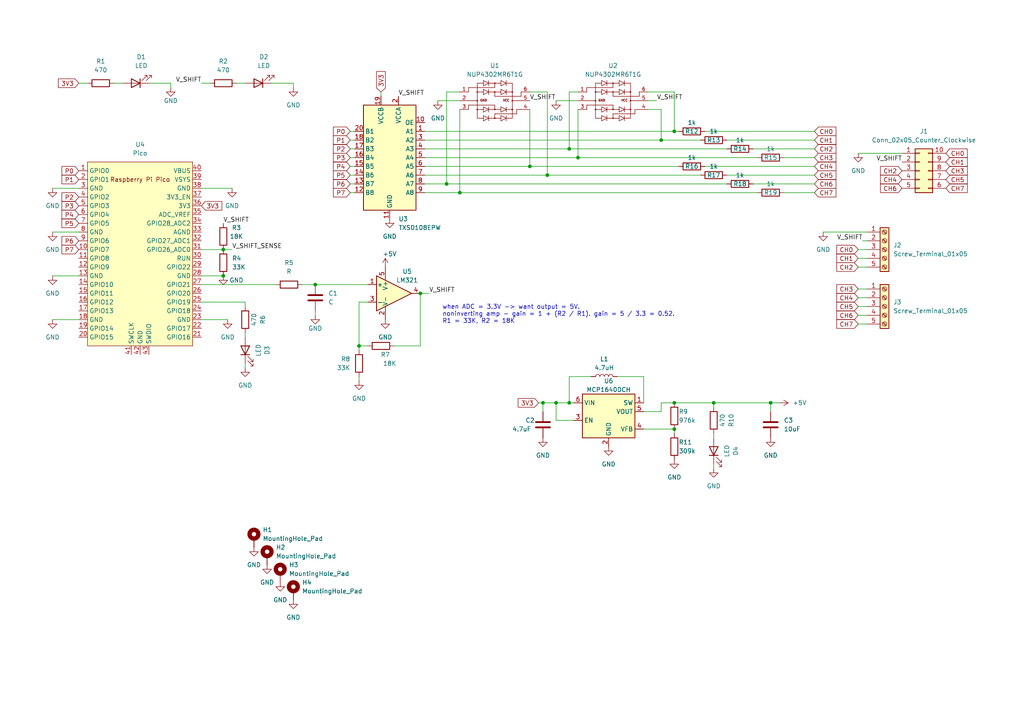
<source format=kicad_sch>
(kicad_sch (version 20231120) (generator "eeschema") (generator_version "8.0")
  (paper "A4")
  (title_block (title "Little Buddy") (date "2023-10-10") (rev "1"))
  (lib_symbols
    (symbol "Amplifier_Operational:LM321" (pin_names (offset 0.127))
      (property "Reference" "U" (at 0 7.62 0))
      (property "Value" "LM321" (at 0 5.08 0))
      (symbol "LM321_0_1"
        (polyline (pts (xy -5.08 5.08) (xy 5.08 0) (xy -5.08 -5.08) (xy -5.08 5.08)) (stroke (width 0.254)) (fill (type background)))
      )
      (symbol "LM321_1_1"
        (pin input line (at -7.62 2.54 0) (length 2.54) (name "+") (number "1"))
        (pin power_in line (at -2.54 -7.62 90) (length 3.81) (name "V-") (number "2"))
        (pin input line (at -7.62 -2.54 0) (length 2.54) (name "-") (number "3"))
        (pin output line (at 7.62 0 180) (length 2.54) (name "~") (number "4"))
        (pin power_in line (at -2.54 7.62 270) (length 3.81) (name "V+") (number "5"))
      )
    )
    (symbol "Connector:Screw_Terminal_01x05" (pin_names (offset 1.016) hide)
      (property "Reference" "J" (at 0 7.62 0))
      (property "Value" "Screw_Terminal_01x05" (at 0 -7.62 0))
      (symbol "Screw_Terminal_01x05_1_1"
        (rectangle (start -1.27 6.35) (end 1.27 -6.35) (stroke (width 0.254)) (fill (type background)))
        (circle (center 0 -5.08) (radius 0.635) (stroke (width 0.1524)))
        (circle (center 0 -2.54) (radius 0.635) (stroke (width 0.1524)))
        (polyline (pts (xy -0.5334 -4.7498) (xy 0.3302 -5.588)) (stroke (width 0.1524)))
        (polyline (pts (xy -0.5334 -2.2098) (xy 0.3302 -3.048)) (stroke (width 0.1524)))
        (polyline (pts (xy -0.5334 0.3302) (xy 0.3302 -0.508)) (stroke (width 0.1524)))
        (polyline (pts (xy -0.5334 2.8702) (xy 0.3302 2.032)) (stroke (width 0.1524)))
        (polyline (pts (xy -0.5334 5.4102) (xy 0.3302 4.572)) (stroke (width 0.1524)))
        (polyline (pts (xy -0.3556 -4.572) (xy 0.508 -5.4102)) (stroke (width 0.1524)))
        (polyline (pts (xy -0.3556 -2.032) (xy 0.508 -2.8702)) (stroke (width 0.1524)))
        (polyline (pts (xy -0.3556 0.508) (xy 0.508 -0.3302)) (stroke (width 0.1524)))
        (polyline (pts (xy -0.3556 3.048) (xy 0.508 2.2098)) (stroke (width 0.1524)))
        (polyline (pts (xy -0.3556 5.588) (xy 0.508 4.7498)) (stroke (width 0.1524)))
        (circle (center 0 0) (radius 0.635) (stroke (width 0.1524)))
        (circle (center 0 2.54) (radius 0.635) (stroke (width 0.1524)))
        (circle (center 0 5.08) (radius 0.635) (stroke (width 0.1524)))
        (pin passive line (at -5.08 5.08 0) (length 3.81) (name "Pin_1") (number "1"))
        (pin passive line (at -5.08 2.54 0) (length 3.81) (name "Pin_2") (number "2"))
        (pin passive line (at -5.08 0 0) (length 3.81) (name "Pin_3") (number "3"))
        (pin passive line (at -5.08 -2.54 0) (length 3.81) (name "Pin_4") (number "4"))
        (pin passive line (at -5.08 -5.08 0) (length 3.81) (name "Pin_5") (number "5"))
      )
    )
    (symbol "Connector_Generic:Conn_02x05_Counter_Clockwise" (pin_names (offset 1.016) hide)
      (property "Reference" "J" (at 1.27 7.62 0))
      (property "Value" "Conn_02x05_Counter_Clockwise" (at 1.27 -7.62 0))
      (symbol "Conn_02x05_Counter_Clockwise_1_1"
        (rectangle (start -1.27 -4.953) (end 0 -5.207) (stroke (width 0.1524)))
        (rectangle (start -1.27 -2.413) (end 0 -2.667) (stroke (width 0.1524)))
        (rectangle (start -1.27 0.127) (end 0 -0.127) (stroke (width 0.1524)))
        (rectangle (start -1.27 2.667) (end 0 2.413) (stroke (width 0.1524)))
        (rectangle (start -1.27 5.207) (end 0 4.953) (stroke (width 0.1524)))
        (rectangle (start -1.27 6.35) (end 3.81 -6.35) (stroke (width 0.254)) (fill (type background)))
        (rectangle (start 3.81 -4.953) (end 2.54 -5.207) (stroke (width 0.1524)))
        (rectangle (start 3.81 -2.413) (end 2.54 -2.667) (stroke (width 0.1524)))
        (rectangle (start 3.81 0.127) (end 2.54 -0.127) (stroke (width 0.1524)))
        (rectangle (start 3.81 2.667) (end 2.54 2.413) (stroke (width 0.1524)))
        (rectangle (start 3.81 5.207) (end 2.54 4.953) (stroke (width 0.1524)))
        (pin passive line (at -5.08 5.08 0) (length 3.81) (name "Pin_1") (number "1"))
        (pin passive line (at 7.62 5.08 180) (length 3.81) (name "Pin_10") (number "10"))
        (pin passive line (at -5.08 2.54 0) (length 3.81) (name "Pin_2") (number "2"))
        (pin passive line (at -5.08 0 0) (length 3.81) (name "Pin_3") (number "3"))
        (pin passive line (at -5.08 -2.54 0) (length 3.81) (name "Pin_4") (number "4"))
        (pin passive line (at -5.08 -5.08 0) (length 3.81) (name "Pin_5") (number "5"))
        (pin passive line (at 7.62 -5.08 180) (length 3.81) (name "Pin_6") (number "6"))
        (pin passive line (at 7.62 -2.54 180) (length 3.81) (name "Pin_7") (number "7"))
        (pin passive line (at 7.62 0 180) (length 3.81) (name "Pin_8") (number "8"))
        (pin passive line (at 7.62 2.54 180) (length 3.81) (name "Pin_9") (number "9"))
      )
    )
    (symbol "Device:C" (pin_numbers hide) (pin_names (offset 0.254))
      (property "Reference" "C" (at 0.635 2.54 0))
      (property "Value" "C" (at 0.635 -2.54 0))
      (symbol "C_0_1"
        (polyline (pts (xy -2.032 -0.762) (xy 2.032 -0.762)) (stroke (width 0.508)))
        (polyline (pts (xy -2.032 0.762) (xy 2.032 0.762)) (stroke (width 0.508)))
      )
      (symbol "C_1_1"
        (pin passive line (at 0 3.81 270) (length 2.794) (name "~") (number "1"))
        (pin passive line (at 0 -3.81 90) (length 2.794) (name "~") (number "2"))
      )
    )
    (symbol "Device:L" (pin_numbers hide) (pin_names (offset 1.016) hide)
      (property "Reference" "L" (at -1.27 0 90))
      (property "Value" "L" (at 1.905 0 90))
      (symbol "L_0_1"
        (arc (start 0 -2.54) (mid 0.6323 -1.905) (end 0 -1.27))
        (arc (start 0 -1.27) (mid 0.6323 -0.635) (end 0 0))
        (arc (start 0 0) (mid 0.6323 0.635) (end 0 1.27))
        (arc (start 0 1.27) (mid 0.6323 1.905) (end 0 2.54))
      )
      (symbol "L_1_1"
        (pin passive line (at 0 3.81 270) (length 1.27) (name "1") (number "1"))
        (pin passive line (at 0 -3.81 90) (length 1.27) (name "2") (number "2"))
      )
    )
    (symbol "Device:LED" (pin_numbers hide) (pin_names (offset 1.016) hide)
      (property "Reference" "D" (at 0 2.54 0))
      (property "Value" "LED" (at 0 -2.54 0))
      (symbol "LED_0_1"
        (polyline (pts (xy -1.27 -1.27) (xy -1.27 1.27)) (stroke (width 0.254)))
        (polyline (pts (xy -1.27 0) (xy 1.27 0)))
        (polyline (pts (xy 1.27 -1.27) (xy 1.27 1.27) (xy -1.27 0) (xy 1.27 -1.27)) (stroke (width 0.254)))
        (polyline (pts (xy -3.048 -0.762) (xy -4.572 -2.286) (xy -3.81 -2.286) (xy -4.572 -2.286) (xy -4.572 -1.524)))
        (polyline (pts (xy -1.778 -0.762) (xy -3.302 -2.286) (xy -2.54 -2.286) (xy -3.302 -2.286) (xy -3.302 -1.524)))
      )
      (symbol "LED_1_1"
        (pin passive line (at -3.81 0 0) (length 2.54) (name "K") (number "1"))
        (pin passive line (at 3.81 0 180) (length 2.54) (name "A") (number "2"))
      )
    )
    (symbol "Device:R" (pin_numbers hide) (pin_names (offset 0))
      (property "Reference" "R" (at 2.032 0 90))
      (property "Value" "R" (at 0 0 90))
      (symbol "R_0_1"
        (rectangle (start -1.016 -2.54) (end 1.016 2.54) (stroke (width 0.254)))
      )
      (symbol "R_1_1"
        (pin passive line (at 0 3.81 270) (length 1.27) (name "~") (number "1"))
        (pin passive line (at 0 -3.81 90) (length 1.27) (name "~") (number "2"))
      )
    )
    (symbol "Logic_LevelTranslator:TXS0108EPW"
      (property "Reference" "U" (at -6.35 16.51 0))
      (property "Value" "TXS0108EPW" (at 3.81 16.51 0))
      (symbol "TXS0108EPW_0_1"
        (rectangle (start -7.62 15.24) (end 7.62 -15.24) (stroke (width 0.254)) (fill (type background)))
      )
      (symbol "TXS0108EPW_1_1"
        (pin bidirectional line (at -10.16 7.62 0) (length 2.54) (name "A1") (number "1"))
        (pin input line (at -10.16 10.16 0) (length 2.54) (name "OE") (number "10"))
        (pin power_in line (at 0 -17.78 90) (length 2.54) (name "GND") (number "11"))
        (pin bidirectional line (at 10.16 -10.16 180) (length 2.54) (name "B8") (number "12"))
        (pin bidirectional line (at 10.16 -7.62 180) (length 2.54) (name "B7") (number "13"))
        (pin bidirectional line (at 10.16 -5.08 180) (length 2.54) (name "B6") (number "14"))
        (pin bidirectional line (at 10.16 -2.54 180) (length 2.54) (name "B5") (number "15"))
        (pin bidirectional line (at 10.16 0 180) (length 2.54) (name "B4") (number "16"))
        (pin bidirectional line (at 10.16 2.54 180) (length 2.54) (name "B3") (number "17"))
        (pin bidirectional line (at 10.16 5.08 180) (length 2.54) (name "B2") (number "18"))
        (pin power_in line (at 2.54 17.78 270) (length 2.54) (name "VCCB") (number "19"))
        (pin power_in line (at -2.54 17.78 270) (length 2.54) (name "VCCA") (number "2"))
        (pin bidirectional line (at 10.16 7.62 180) (length 2.54) (name "B1") (number "20"))
        (pin bidirectional line (at -10.16 5.08 0) (length 2.54) (name "A2") (number "3"))
        (pin bidirectional line (at -10.16 2.54 0) (length 2.54) (name "A3") (number "4"))
        (pin bidirectional line (at -10.16 0 0) (length 2.54) (name "A4") (number "5"))
        (pin bidirectional line (at -10.16 -2.54 0) (length 2.54) (name "A5") (number "6"))
        (pin bidirectional line (at -10.16 -5.08 0) (length 2.54) (name "A6") (number "7"))
        (pin bidirectional line (at -10.16 -7.62 0) (length 2.54) (name "A7") (number "8"))
        (pin bidirectional line (at -10.16 -10.16 0) (length 2.54) (name "A8") (number "9"))
      )
    )
    (symbol "MCU_RaspberryPi_and_Boards:Pico"
      (property "Reference" "U" (at -13.97 27.94 0))
      (property "Value" "Pico" (at 0 19.05 0))
      (symbol "Pico_0_0"
        (text "Raspberry Pi Pico" (at 0 21.59 0) (effects (font (size 1.27 1.27))))
      )
      (symbol "Pico_0_1"
        (rectangle (start -15.24 26.67) (end 15.24 -26.67) (fill (type background)))
      )
      (symbol "Pico_1_1"
        (pin bidirectional line (at -17.78 24.13 0) (length 2.54) (name "GPIO0") (number "1"))
        (pin bidirectional line (at -17.78 1.27 0) (length 2.54) (name "GPIO7") (number "10"))
        (pin bidirectional line (at -17.78 -1.27 0) (length 2.54) (name "GPIO8") (number "11"))
        (pin bidirectional line (at -17.78 -3.81 0) (length 2.54) (name "GPIO9") (number "12"))
        (pin power_in line (at -17.78 -6.35 0) (length 2.54) (name "GND") (number "13"))
        (pin bidirectional line (at -17.78 -8.89 0) (length 2.54) (name "GPIO10") (number "14"))
        (pin bidirectional line (at -17.78 -11.43 0) (length 2.54) (name "GPIO11") (number "15"))
        (pin bidirectional line (at -17.78 -13.97 0) (length 2.54) (name "GPIO12") (number "16"))
        (pin bidirectional line (at -17.78 -16.51 0) (length 2.54) (name "GPIO13") (number "17"))
        (pin power_in line (at -17.78 -19.05 0) (length 2.54) (name "GND") (number "18"))
        (pin bidirectional line (at -17.78 -21.59 0) (length 2.54) (name "GPIO14") (number "19"))
        (pin bidirectional line (at -17.78 21.59 0) (length 2.54) (name "GPIO1") (number "2"))
        (pin bidirectional line (at -17.78 -24.13 0) (length 2.54) (name "GPIO15") (number "20"))
        (pin bidirectional line (at 17.78 -24.13 180) (length 2.54) (name "GPIO16") (number "21"))
        (pin bidirectional line (at 17.78 -21.59 180) (length 2.54) (name "GPIO17") (number "22"))
        (pin power_in line (at 17.78 -19.05 180) (length 2.54) (name "GND") (number "23"))
        (pin bidirectional line (at 17.78 -16.51 180) (length 2.54) (name "GPIO18") (number "24"))
        (pin bidirectional line (at 17.78 -13.97 180) (length 2.54) (name "GPIO19") (number "25"))
        (pin bidirectional line (at 17.78 -11.43 180) (length 2.54) (name "GPIO20") (number "26"))
        (pin bidirectional line (at 17.78 -8.89 180) (length 2.54) (name "GPIO21") (number "27"))
        (pin power_in line (at 17.78 -6.35 180) (length 2.54) (name "GND") (number "28"))
        (pin bidirectional line (at 17.78 -3.81 180) (length 2.54) (name "GPIO22") (number "29"))
        (pin power_in line (at -17.78 19.05 0) (length 2.54) (name "GND") (number "3"))
        (pin input line (at 17.78 -1.27 180) (length 2.54) (name "RUN") (number "30"))
        (pin bidirectional line (at 17.78 1.27 180) (length 2.54) (name "GPIO26_ADC0") (number "31"))
        (pin bidirectional line (at 17.78 3.81 180) (length 2.54) (name "GPIO27_ADC1") (number "32"))
        (pin power_in line (at 17.78 6.35 180) (length 2.54) (name "AGND") (number "33"))
        (pin bidirectional line (at 17.78 8.89 180) (length 2.54) (name "GPIO28_ADC2") (number "34"))
        (pin power_in line (at 17.78 11.43 180) (length 2.54) (name "ADC_VREF") (number "35"))
        (pin power_in line (at 17.78 13.97 180) (length 2.54) (name "3V3") (number "36"))
        (pin input line (at 17.78 16.51 180) (length 2.54) (name "3V3_EN") (number "37"))
        (pin bidirectional line (at 17.78 19.05 180) (length 2.54) (name "GND") (number "38"))
        (pin power_in line (at 17.78 21.59 180) (length 2.54) (name "VSYS") (number "39"))
        (pin bidirectional line (at -17.78 16.51 0) (length 2.54) (name "GPIO2") (number "4"))
        (pin power_in line (at 17.78 24.13 180) (length 2.54) (name "VBUS") (number "40"))
        (pin input line (at -2.54 -29.21 90) (length 2.54) (name "SWCLK") (number "41"))
        (pin power_in line (at 0 -29.21 90) (length 2.54) (name "GND") (number "42"))
        (pin bidirectional line (at 2.54 -29.21 90) (length 2.54) (name "SWDIO") (number "43"))
        (pin bidirectional line (at -17.78 13.97 0) (length 2.54) (name "GPIO3") (number "5"))
        (pin bidirectional line (at -17.78 11.43 0) (length 2.54) (name "GPIO4") (number "6"))
        (pin bidirectional line (at -17.78 8.89 0) (length 2.54) (name "GPIO5") (number "7"))
        (pin power_in line (at -17.78 6.35 0) (length 2.54) (name "GND") (number "8"))
        (pin bidirectional line (at -17.78 3.81 0) (length 2.54) (name "GPIO6") (number "9"))
      )
    )
    (symbol "Mechanical:MountingHole_Pad" (pin_numbers hide) (pin_names (offset 1.016) hide)
      (property "Reference" "H" (at 0 6.35 0))
      (property "Value" "MountingHole_Pad" (at 0 4.445 0))
      (symbol "MountingHole_Pad_0_1"
        (circle (center 0 1.27) (radius 1.27) (stroke (width 1.27)))
      )
      (symbol "MountingHole_Pad_1_1"
        (pin input line (at 0 -2.54 90) (length 2.54) (name "1") (number "1"))
      )
    )
    (symbol "Regulator_Switching:MCP1640DCH"
      (property "Reference" "U" (at -7.62 8.89 0))
      (property "Value" "MCP1640DCH" (at -1.27 8.89 0))
      (symbol "MCP1640DCH_0_1"
        (rectangle (start -7.62 7.62) (end 7.62 -5.08) (stroke (width 0.254)) (fill (type background)))
      )
      (symbol "MCP1640DCH_1_1"
        (pin input line (at 10.16 5.08 180) (length 2.54) (name "SW") (number "1"))
        (pin power_in line (at 0 -7.62 90) (length 2.54) (name "GND") (number "2"))
        (pin input line (at -10.16 0 0) (length 2.54) (name "EN") (number "3"))
        (pin input line (at 10.16 -2.54 180) (length 2.54) (name "VFB") (number "4"))
        (pin power_out line (at 10.16 2.54 180) (length 2.54) (name "VOUT") (number "5"))
        (pin power_in line (at -10.16 5.08 0) (length 2.54) (name "VIN") (number "6"))
      )
    )
    (symbol "Schottky_array:NUP4302MR6T1G" (pin_names (offset 1.016))
      (property "Reference" "U" (at -5.08 6.858 0))
      (property "Value" "NUP4302MR6T1G" (at -5.08 -8.89 0))
      (symbol "NUP4302MR6T1G_0_0"
        (circle (center -5.08 -2.54) (radius 0.127) (stroke (width 0.2032)))
        (circle (center -5.08 0) (radius 0.127) (stroke (width 0.2032)))
        (circle (center -5.08 2.54) (radius 0.127) (stroke (width 0.2032)))
        (circle (center 0 -5.08) (radius 0.127) (stroke (width 0.2032)))
        (circle (center 0 -2.54) (radius 0.127) (stroke (width 0.2032)))
        (polyline (pts (xy -7.62 -2.54) (xy -7.62 -1.27)) (stroke (width 0.1524)))
        (polyline (pts (xy -7.62 -1.27) (xy 0 -1.27)) (stroke (width 0.1524)))
        (polyline (pts (xy -7.62 0) (xy -5.08 0)) (stroke (width 0.1524)))
        (polyline (pts (xy -7.62 2.54) (xy -7.62 3.81)) (stroke (width 0.1524)))
        (polyline (pts (xy -7.62 3.81) (xy 0 3.81)) (stroke (width 0.1524)))
        (polyline (pts (xy -5.08 -5.08) (xy -3.302 -5.08)) (stroke (width 0.1524)))
        (polyline (pts (xy -5.08 -2.54) (xy -3.302 -2.54)) (stroke (width 0.1524)))
        (polyline (pts (xy -5.08 0) (xy -5.08 -5.08)) (stroke (width 0.1524)))
        (polyline (pts (xy -5.08 2.54) (xy -3.302 2.54)) (stroke (width 0.1524)))
        (polyline (pts (xy -5.08 5.08) (xy -5.08 0)) (stroke (width 0.1524)))
        (polyline (pts (xy -5.08 5.08) (xy -3.302 5.08)) (stroke (width 0.1524)))
        (polyline (pts (xy -3.302 -5.842) (xy -1.778 -5.08)) (stroke (width 0.1524)))
        (polyline (pts (xy -3.302 -5.08) (xy -3.302 -5.842)) (stroke (width 0.1524)))
        (polyline (pts (xy -3.302 -4.318) (xy -3.302 -5.08)) (stroke (width 0.1524)))
        (polyline (pts (xy -3.302 -3.302) (xy -1.778 -2.54)) (stroke (width 0.1524)))
        (polyline (pts (xy -3.302 -2.54) (xy -3.302 -3.302)) (stroke (width 0.1524)))
        (polyline (pts (xy -3.302 -1.778) (xy -3.302 -2.54)) (stroke (width 0.1524)))
        (polyline (pts (xy -3.302 1.778) (xy -1.778 2.54)) (stroke (width 0.1524)))
        (polyline (pts (xy -3.302 2.54) (xy -3.302 1.778)) (stroke (width 0.1524)))
        (polyline (pts (xy -3.302 3.302) (xy -3.302 2.54)) (stroke (width 0.1524)))
        (polyline (pts (xy -3.302 4.318) (xy -1.778 5.08)) (stroke (width 0.1524)))
        (polyline (pts (xy -3.302 5.08) (xy -3.302 4.318)) (stroke (width 0.1524)))
        (polyline (pts (xy -3.302 5.842) (xy -3.302 5.08)) (stroke (width 0.1524)))
        (polyline (pts (xy -1.778 -5.08) (xy -3.302 -4.318)) (stroke (width 0.1524)))
        (polyline (pts (xy -1.778 -5.08) (xy -1.778 -5.842)) (stroke (width 0.1524)))
        (polyline (pts (xy -1.778 -5.08) (xy 0 -5.08)) (stroke (width 0.1524)))
        (polyline (pts (xy -1.778 -4.318) (xy -1.778 -5.08)) (stroke (width 0.1524)))
        (polyline (pts (xy -1.778 -2.54) (xy -3.302 -1.778)) (stroke (width 0.1524)))
        (polyline (pts (xy -1.778 -2.54) (xy -1.778 -3.302)) (stroke (width 0.1524)))
        (polyline (pts (xy -1.778 -2.54) (xy 0 -2.54)) (stroke (width 0.1524)))
        (polyline (pts (xy -1.778 -1.778) (xy -1.778 -2.54)) (stroke (width 0.1524)))
        (polyline (pts (xy -1.778 2.54) (xy -3.302 3.302)) (stroke (width 0.1524)))
        (polyline (pts (xy -1.778 2.54) (xy -1.778 1.778)) (stroke (width 0.1524)))
        (polyline (pts (xy -1.778 2.54) (xy 0 2.54)) (stroke (width 0.1524)))
        (polyline (pts (xy -1.778 3.302) (xy -1.778 2.54)) (stroke (width 0.1524)))
        (polyline (pts (xy -1.778 5.08) (xy -3.302 5.842)) (stroke (width 0.1524)))
        (polyline (pts (xy -1.778 5.08) (xy -1.778 4.318)) (stroke (width 0.1524)))
        (polyline (pts (xy -1.778 5.08) (xy 0 5.08)) (stroke (width 0.1524)))
        (polyline (pts (xy -1.778 5.842) (xy -1.778 5.08)) (stroke (width 0.1524)))
        (polyline (pts (xy 0 -5.08) (xy 1.778 -5.08)) (stroke (width 0.1524)))
        (polyline (pts (xy 0 -3.81) (xy 0 -5.08)) (stroke (width 0.1524)))
        (polyline (pts (xy 0 -2.54) (xy 1.778 -2.54)) (stroke (width 0.1524)))
        (polyline (pts (xy 0 -1.27) (xy 0 -2.54)) (stroke (width 0.1524)))
        (polyline (pts (xy 0 1.27) (xy 0 2.54)) (stroke (width 0.1524)))
        (polyline (pts (xy 0 2.54) (xy 1.778 2.54)) (stroke (width 0.1524)))
        (polyline (pts (xy 0 3.81) (xy 0 5.08)) (stroke (width 0.1524)))
        (polyline (pts (xy 0 5.08) (xy 1.778 5.08)) (stroke (width 0.1524)))
        (polyline (pts (xy 1.778 -5.842) (xy 3.302 -5.08)) (stroke (width 0.1524)))
        (polyline (pts (xy 1.778 -5.08) (xy 1.778 -5.842)) (stroke (width 0.1524)))
        (polyline (pts (xy 1.778 -4.318) (xy 1.778 -5.08)) (stroke (width 0.1524)))
        (polyline (pts (xy 1.778 -3.302) (xy 3.302 -2.54)) (stroke (width 0.1524)))
        (polyline (pts (xy 1.778 -2.54) (xy 1.778 -3.302)) (stroke (width 0.1524)))
        (polyline (pts (xy 1.778 -1.778) (xy 1.778 -2.54)) (stroke (width 0.1524)))
        (polyline (pts (xy 1.778 1.778) (xy 3.302 2.54)) (stroke (width 0.1524)))
        (polyline (pts (xy 1.778 2.54) (xy 1.778 1.778)) (stroke (width 0.1524)))
        (polyline (pts (xy 1.778 3.302) (xy 1.778 2.54)) (stroke (width 0.1524)))
        (polyline (pts (xy 1.778 4.318) (xy 3.302 5.08)) (stroke (width 0.1524)))
        (polyline (pts (xy 1.778 5.08) (xy 1.778 4.318)) (stroke (width 0.1524)))
        (polyline (pts (xy 1.778 5.842) (xy 1.778 5.08)) (stroke (width 0.1524)))
        (polyline (pts (xy 3.302 -5.08) (xy 1.778 -4.318)) (stroke (width 0.1524)))
        (polyline (pts (xy 3.302 -5.08) (xy 3.302 -5.842)) (stroke (width 0.1524)))
        (polyline (pts (xy 3.302 -5.08) (xy 5.08 -5.08)) (stroke (width 0.1524)))
        (polyline (pts (xy 3.302 -4.318) (xy 3.302 -5.08)) (stroke (width 0.1524)))
        (polyline (pts (xy 3.302 -2.54) (xy 1.778 -1.778)) (stroke (width 0.1524)))
        (polyline (pts (xy 3.302 -2.54) (xy 3.302 -3.302)) (stroke (width 0.1524)))
        (polyline (pts (xy 3.302 -2.54) (xy 5.08 -2.54)) (stroke (width 0.1524)))
        (polyline (pts (xy 3.302 -1.778) (xy 3.302 -2.54)) (stroke (width 0.1524)))
        (polyline (pts (xy 3.302 2.54) (xy 1.778 3.302)) (stroke (width 0.1524)))
        (polyline (pts (xy 3.302 2.54) (xy 3.302 1.778)) (stroke (width 0.1524)))
        (polyline (pts (xy 3.302 2.54) (xy 5.08 2.54)) (stroke (width 0.1524)))
        (polyline (pts (xy 3.302 3.302) (xy 3.302 2.54)) (stroke (width 0.1524)))
        (polyline (pts (xy 3.302 5.08) (xy 1.778 5.842)) (stroke (width 0.1524)))
        (polyline (pts (xy 3.302 5.08) (xy 3.302 4.318)) (stroke (width 0.1524)))
        (polyline (pts (xy 3.302 5.08) (xy 5.08 5.08)) (stroke (width 0.1524)))
        (polyline (pts (xy 3.302 5.842) (xy 3.302 5.08)) (stroke (width 0.1524)))
        (polyline (pts (xy 5.08 0) (xy 5.08 -5.08)) (stroke (width 0.1524)))
        (polyline (pts (xy 5.08 5.08) (xy 5.08 0)) (stroke (width 0.1524)))
        (polyline (pts (xy 6.35 -3.81) (xy 0 -3.81)) (stroke (width 0.1524)))
        (polyline (pts (xy 6.35 -2.54) (xy 6.35 -3.81)) (stroke (width 0.1524)))
        (polyline (pts (xy 7.62 -2.54) (xy 6.35 -2.54)) (stroke (width 0.1524)))
        (polyline (pts (xy 7.62 0) (xy 5.08 0)) (stroke (width 0.1524)))
        (polyline (pts (xy 7.62 1.27) (xy 0 1.27)) (stroke (width 0.1524)))
        (polyline (pts (xy 7.62 2.54) (xy 7.62 1.27)) (stroke (width 0.1524)))
        (circle (center 0 2.54) (radius 0.127) (stroke (width 0.2032)))
        (circle (center 0 5.08) (radius 0.127) (stroke (width 0.2032)))
        (circle (center 5.08 -2.54) (radius 0.127) (stroke (width 0.2032)))
        (circle (center 5.08 0) (radius 0.127) (stroke (width 0.2032)))
        (circle (center 5.08 2.54) (radius 0.127) (stroke (width 0.2032)))
        (text "GND" (at -4.318 -0.254 0) (effects (font (size 0.635 0.635)) (justify left bottom)))
        (text "VCC" (at 2.286 -0.254 0) (effects (font (size 0.635 0.635)) (justify left bottom)))
        (pin passive line (at -10.16 2.54 0) (length 2.54) (name "~") (number "1"))
        (pin passive line (at -10.16 0 0) (length 2.54) (name "~") (number "2"))
        (pin passive line (at -10.16 -2.54 0) (length 2.54) (name "~") (number "3"))
        (pin passive line (at 10.16 -2.54 180) (length 2.54) (name "~") (number "4"))
        (pin passive line (at 10.16 0 180) (length 2.54) (name "~") (number "5"))
        (pin passive line (at 10.16 2.54 180) (length 2.54) (name "~") (number "6"))
      )
    )
    (symbol "power:+5V" (power) (pin_names (offset 0))
      (property "Value" "+5V" (at 0 3.556 0))
      (symbol "+5V_0_1"
        (polyline (pts (xy -0.762 1.27) (xy 0 2.54)))
        (polyline (pts (xy 0 0) (xy 0 2.54)))
        (polyline (pts (xy 0 2.54) (xy 0.762 1.27)))
      )
      (symbol "+5V_1_1"
        (pin power_in line (at 0 0 90) (length 0) hide (name "+5V") (number "1"))
      )
    )
    (symbol "power:GND" (power) (pin_names (offset 0))
      (property "Value" "GND" (at 0 -3.81 0))
      (symbol "GND_0_1"
        (polyline (pts (xy 0 0) (xy 0 -1.27) (xy 1.27 -1.27) (xy 0 -2.54) (xy -1.27 -1.27) (xy 0 -1.27)))
      )
      (symbol "GND_1_1"
        (pin power_in line (at 0 0 270) (length 0) hide (name "GND") (number "1"))
      )
    )
  )
  (junction (at 133.35 55.88))
  (junction (at 195.58 124.46))
  (junction (at 129.54 53.34))
  (junction (at 165.1 116.84))
  (junction (at 167.64 45.72))
  (junction (at 121.92 85.09))
  (junction (at 157.48 116.84))
  (junction (at 195.58 38.1))
  (junction (at 191.77 40.64))
  (junction (at 104.14 100.33))
  (junction (at 195.58 116.84))
  (junction (at 165.1 43.18))
  (junction (at 223.52 116.84))
  (junction (at 91.44 82.55))
  (junction (at 64.77 72.39))
  (junction (at 153.67 48.26))
  (junction (at 161.29 116.84))
  (junction (at 207.01 116.84))
  (junction (at 158.75 50.8))
  (junction (at 64.77 80.01))
  (wire (pts (xy 167.64 26.67) (xy 165.1 26.67)))
  (wire (pts (xy 123.19 40.64) (xy 191.77 40.64)))
  (wire (pts (xy 58.42 72.39) (xy 64.77 72.39)))
  (wire (pts (xy 49.53 24.13) (xy 49.53 25.4)))
  (wire (pts (xy 223.52 116.84) (xy 226.06 116.84)))
  (wire (pts (xy 165.1 26.67) (xy 165.1 43.18)))
  (wire (pts (xy 114.3 100.33) (xy 121.92 100.33)))
  (wire (pts (xy 236.22 53.34) (xy 218.44 53.34)))
  (wire (pts (xy 195.58 26.67) (xy 195.58 38.1)))
  (wire (pts (xy 66.04 92.71) (xy 58.42 92.71)))
  (wire (pts (xy 129.54 26.67) (xy 129.54 53.34)))
  (wire (pts (xy 71.12 97.79) (xy 71.12 96.52)))
  (wire (pts (xy 153.67 48.26) (xy 196.85 48.26)))
  (wire (pts (xy 236.22 45.72) (xy 227.33 45.72)))
  (wire (pts (xy 123.19 45.72) (xy 167.64 45.72)))
  (wire (pts (xy 186.69 109.22) (xy 186.69 116.84)))
  (wire (pts (xy 104.14 101.6) (xy 104.14 100.33)))
  (wire (pts (xy 191.77 116.84) (xy 195.58 116.84)))
  (wire (pts (xy 68.58 24.13) (xy 71.12 24.13)))
  (wire (pts (xy 251.46 86.36) (xy 248.92 86.36)))
  (wire (pts (xy 161.29 116.84) (xy 161.29 121.92)))
  (wire (pts (xy 195.58 124.46) (xy 195.58 125.73)))
  (wire (pts (xy 223.52 116.84) (xy 223.52 119.38)))
  (wire (pts (xy 251.46 74.93) (xy 248.92 74.93)))
  (wire (pts (xy 248.92 44.45) (xy 261.62 44.45)))
  (wire (pts (xy 251.46 72.39) (xy 248.92 72.39)))
  (wire (pts (xy 195.58 38.1) (xy 196.85 38.1)))
  (wire (pts (xy 123.19 48.26) (xy 153.67 48.26)))
  (wire (pts (xy 167.64 45.72) (xy 219.71 45.72)))
  (wire (pts (xy 165.1 109.22) (xy 171.45 109.22)))
  (wire (pts (xy 251.46 69.85) (xy 250.19 69.85)))
  (wire (pts (xy 15.24 92.71) (xy 22.86 92.71)))
  (wire (pts (xy 15.24 67.31) (xy 22.86 67.31)))
  (wire (pts (xy 121.92 85.09) (xy 121.92 100.33)))
  (wire (pts (xy 236.22 55.88) (xy 227.33 55.88)))
  (wire (pts (xy 251.46 88.9) (xy 248.92 88.9)))
  (wire (pts (xy 157.48 116.84) (xy 161.29 116.84)))
  (wire (pts (xy 207.01 116.84) (xy 223.52 116.84)))
  (wire (pts (xy 165.1 43.18) (xy 210.82 43.18)))
  (wire (pts (xy 187.96 31.75) (xy 191.77 31.75)))
  (wire (pts (xy 251.46 91.44) (xy 248.92 91.44)))
  (wire (pts (xy 58.42 24.13) (xy 60.96 24.13)))
  (wire (pts (xy 133.35 31.75) (xy 133.35 55.88)))
  (wire (pts (xy 158.75 50.8) (xy 203.2 50.8)))
  (wire (pts (xy 238.76 67.31) (xy 251.46 67.31)))
  (wire (pts (xy 123.19 38.1) (xy 195.58 38.1)))
  (wire (pts (xy 71.12 87.63) (xy 71.12 88.9)))
  (wire (pts (xy 191.77 40.64) (xy 203.2 40.64)))
  (wire (pts (xy 101.6 43.18) (xy 102.87 43.18)))
  (wire (pts (xy 187.96 26.67) (xy 195.58 26.67)))
  (wire (pts (xy 123.19 50.8) (xy 158.75 50.8)))
  (wire (pts (xy 127 29.21) (xy 133.35 29.21)))
  (wire (pts (xy 191.77 119.38) (xy 186.69 119.38)))
  (wire (pts (xy 15.24 54.61) (xy 22.86 54.61)))
  (wire (pts (xy 207.01 116.84) (xy 207.01 118.11)))
  (wire (pts (xy 22.86 24.13) (xy 25.4 24.13)))
  (wire (pts (xy 166.37 116.84) (xy 165.1 116.84)))
  (wire (pts (xy 236.22 50.8) (xy 210.82 50.8)))
  (wire (pts (xy 186.69 124.46) (xy 195.58 124.46)))
  (wire (pts (xy 179.07 109.22) (xy 186.69 109.22)))
  (wire (pts (xy 101.6 48.26) (xy 102.87 48.26)))
  (wire (pts (xy 106.68 100.33) (xy 104.14 100.33)))
  (wire (pts (xy 101.6 50.8) (xy 102.87 50.8)))
  (wire (pts (xy 133.35 26.67) (xy 129.54 26.67)))
  (wire (pts (xy 251.46 93.98) (xy 248.92 93.98)))
  (wire (pts (xy 101.6 45.72) (xy 102.87 45.72)))
  (wire (pts (xy 187.96 29.21) (xy 190.5 29.21)))
  (wire (pts (xy 161.29 116.84) (xy 165.1 116.84)))
  (wire (pts (xy 101.6 38.1) (xy 102.87 38.1)))
  (wire (pts (xy 104.14 110.49) (xy 104.14 109.22)))
  (wire (pts (xy 161.29 121.92) (xy 166.37 121.92)))
  (wire (pts (xy 191.77 31.75) (xy 191.77 40.64)))
  (wire (pts (xy 236.22 38.1) (xy 204.47 38.1)))
  (wire (pts (xy 251.46 77.47) (xy 248.92 77.47)))
  (wire (pts (xy 167.64 31.75) (xy 167.64 45.72)))
  (wire (pts (xy 71.12 106.68) (xy 71.12 105.41)))
  (wire (pts (xy 91.44 82.55) (xy 87.63 82.55)))
  (wire (pts (xy 104.14 87.63) (xy 104.14 100.33)))
  (wire (pts (xy 101.6 53.34) (xy 102.87 53.34)))
  (wire (pts (xy 191.77 116.84) (xy 191.77 119.38)))
  (wire (pts (xy 158.75 26.67) (xy 158.75 50.8)))
  (wire (pts (xy 64.77 72.39) (xy 67.31 72.39)))
  (wire (pts (xy 236.22 40.64) (xy 210.82 40.64)))
  (wire (pts (xy 101.6 40.64) (xy 102.87 40.64)))
  (wire (pts (xy 123.19 53.34) (xy 129.54 53.34)))
  (wire (pts (xy 153.67 31.75) (xy 153.67 48.26)))
  (wire (pts (xy 161.29 29.21) (xy 167.64 29.21)))
  (wire (pts (xy 58.42 87.63) (xy 71.12 87.63)))
  (wire (pts (xy 121.92 85.09) (xy 124.46 85.09)))
  (wire (pts (xy 85.09 24.13) (xy 85.09 25.4)))
  (wire (pts (xy 133.35 55.88) (xy 219.71 55.88)))
  (wire (pts (xy 78.74 24.13) (xy 85.09 24.13)))
  (wire (pts (xy 236.22 48.26) (xy 204.47 48.26)))
  (wire (pts (xy 110.49 26.67) (xy 110.49 27.94)))
  (wire (pts (xy 91.44 82.55) (xy 106.68 82.55)))
  (wire (pts (xy 33.02 24.13) (xy 35.56 24.13)))
  (wire (pts (xy 67.31 54.61) (xy 58.42 54.61)))
  (wire (pts (xy 123.19 55.88) (xy 133.35 55.88)))
  (wire (pts (xy 101.6 55.88) (xy 102.87 55.88)))
  (wire (pts (xy 129.54 53.34) (xy 210.82 53.34)))
  (wire (pts (xy 195.58 116.84) (xy 207.01 116.84)))
  (wire (pts (xy 91.44 91.44) (xy 91.44 90.17)))
  (wire (pts (xy 156.21 116.84) (xy 157.48 116.84)))
  (wire (pts (xy 43.18 24.13) (xy 49.53 24.13)))
  (wire (pts (xy 153.67 26.67) (xy 158.75 26.67)))
  (wire (pts (xy 165.1 116.84) (xy 165.1 109.22)))
  (wire (pts (xy 123.19 43.18) (xy 165.1 43.18)))
  (wire (pts (xy 64.77 80.01) (xy 58.42 80.01)))
  (wire (pts (xy 15.24 80.01) (xy 22.86 80.01)))
  (wire (pts (xy 106.68 87.63) (xy 104.14 87.63)))
  (wire (pts (xy 58.42 82.55) (xy 80.01 82.55)))
  (wire (pts (xy 251.46 83.82) (xy 248.92 83.82)))
  (wire (pts (xy 207.01 135.89) (xy 207.01 134.62)))
  (wire (pts (xy 207.01 127) (xy 207.01 125.73)))
  (wire (pts (xy 157.48 116.84) (xy 157.48 119.38)))
  (wire (pts (xy 236.22 43.18) (xy 218.44 43.18)))
  (text "when ADC = 3.3V -> want output = 5V.\nnoninverting amp - gain = 1 + (R2 / R1). gain = 5 / 3.3 = 0.52.\nR1 = 33K, R2 = 18K" (at 128.27 93.98 0) (effects (font (size 1.27 1.27)) (justify left bottom)))
  (label "V_SHIFT" (at 58.42 24.13 180))
  (label "V_SHIFT_SENSE" (at 67.31 72.39 0))
  (label "V_SHIFT" (at 115.57 27.94 0))
  (label "V_SHIFT" (at 250.19 69.85 180))
  (label "V_SHIFT" (at 124.46 85.09 0))
  (label "V_SHIFT" (at 190.5 29.21 0))
  (label "V_SHIFT" (at 64.77 64.77 0))
  (label "V_SHIFT" (at 153.67 29.21 0))
  (label "V_SHIFT" (at 261.62 46.99 180))
  (global_label "P1" (shape input) (at 101.6 40.64 180) (property "Intersheetrefs" "${INTERSHEET_REFS}" (effects (hide yes))))
  (global_label "CH4" (shape input) (at 261.62 52.07 180) (property "Intersheetrefs" "${INTERSHEET_REFS}" (effects (hide yes))))
  (global_label "CH5" (shape input) (at 274.32 52.07 0) (property "Intersheetrefs" "${INTERSHEET_REFS}" (effects (hide yes))))
  (global_label "CH2" (shape input) (at 248.92 77.47 180) (property "Intersheetrefs" "${INTERSHEET_REFS}" (effects (hide yes))))
  (global_label "CH6" (shape input) (at 261.62 54.61 180) (property "Intersheetrefs" "${INTERSHEET_REFS}" (effects (hide yes))))
  (global_label "P6" (shape input) (at 101.6 53.34 180) (property "Intersheetrefs" "${INTERSHEET_REFS}" (effects (hide yes))))
  (global_label "3V3" (shape input) (at 58.42 59.69 0) (property "Intersheetrefs" "${INTERSHEET_REFS}" (effects (hide yes))))
  (global_label "CH5" (shape input) (at 248.92 88.9 180) (property "Intersheetrefs" "${INTERSHEET_REFS}" (effects (hide yes))))
  (global_label "P7" (shape input) (at 22.86 72.39 180) (property "Intersheetrefs" "${INTERSHEET_REFS}" (effects (hide yes))))
  (global_label "CH1" (shape input) (at 274.32 46.99 0) (property "Intersheetrefs" "${INTERSHEET_REFS}" (effects (hide yes))))
  (global_label "P2" (shape input) (at 22.86 57.15 180) (property "Intersheetrefs" "${INTERSHEET_REFS}" (effects (hide yes))))
  (global_label "CH0" (shape input) (at 236.22 38.1 0) (property "Intersheetrefs" "${INTERSHEET_REFS}" (effects (hide yes))))
  (global_label "CH4" (shape input) (at 248.92 86.36 180) (property "Intersheetrefs" "${INTERSHEET_REFS}" (effects (hide yes))))
  (global_label "CH2" (shape input) (at 236.22 43.18 0) (property "Intersheetrefs" "${INTERSHEET_REFS}" (effects (hide yes))))
  (global_label "CH4" (shape input) (at 236.22 48.26 0) (property "Intersheetrefs" "${INTERSHEET_REFS}" (effects (hide yes))))
  (global_label "P7" (shape input) (at 101.6 55.88 180) (property "Intersheetrefs" "${INTERSHEET_REFS}" (effects (hide yes))))
  (global_label "CH7" (shape input) (at 236.22 55.88 0) (property "Intersheetrefs" "${INTERSHEET_REFS}" (effects (hide yes))))
  (global_label "CH3" (shape input) (at 236.22 45.72 0) (property "Intersheetrefs" "${INTERSHEET_REFS}" (effects (hide yes))))
  (global_label "P5" (shape input) (at 22.86 64.77 180) (property "Intersheetrefs" "${INTERSHEET_REFS}" (effects (hide yes))))
  (global_label "3V3" (shape input) (at 156.21 116.84 180) (property "Intersheetrefs" "${INTERSHEET_REFS}" (effects (hide yes))))
  (global_label "P1" (shape input) (at 22.86 52.07 180) (property "Intersheetrefs" "${INTERSHEET_REFS}" (effects (hide yes))))
  (global_label "CH3" (shape input) (at 248.92 83.82 180) (property "Intersheetrefs" "${INTERSHEET_REFS}" (effects (hide yes))))
  (global_label "P4" (shape input) (at 101.6 48.26 180) (property "Intersheetrefs" "${INTERSHEET_REFS}" (effects (hide yes))))
  (global_label "P6" (shape input) (at 22.86 69.85 180) (property "Intersheetrefs" "${INTERSHEET_REFS}" (effects (hide yes))))
  (global_label "CH0" (shape input) (at 274.32 44.45 0) (property "Intersheetrefs" "${INTERSHEET_REFS}" (effects (hide yes))))
  (global_label "P3" (shape input) (at 101.6 45.72 180) (property "Intersheetrefs" "${INTERSHEET_REFS}" (effects (hide yes))))
  (global_label "CH0" (shape input) (at 248.92 72.39 180) (property "Intersheetrefs" "${INTERSHEET_REFS}" (effects (hide yes))))
  (global_label "CH7" (shape input) (at 248.92 93.98 180) (property "Intersheetrefs" "${INTERSHEET_REFS}" (effects (hide yes))))
  (global_label "CH1" (shape input) (at 236.22 40.64 0) (property "Intersheetrefs" "${INTERSHEET_REFS}" (effects (hide yes))))
  (global_label "CH2" (shape input) (at 261.62 49.53 180) (property "Intersheetrefs" "${INTERSHEET_REFS}" (effects (hide yes))))
  (global_label "CH5" (shape input) (at 236.22 50.8 0) (property "Intersheetrefs" "${INTERSHEET_REFS}" (effects (hide yes))))
  (global_label "P5" (shape input) (at 101.6 50.8 180) (property "Intersheetrefs" "${INTERSHEET_REFS}" (effects (hide yes))))
  (global_label "P3" (shape input) (at 22.86 59.69 180) (property "Intersheetrefs" "${INTERSHEET_REFS}" (effects (hide yes))))
  (global_label "P0" (shape input) (at 101.6 38.1 180) (property "Intersheetrefs" "${INTERSHEET_REFS}" (effects (hide yes))))
  (global_label "CH1" (shape input) (at 248.92 74.93 180) (property "Intersheetrefs" "${INTERSHEET_REFS}" (effects (hide yes))))
  (global_label "3V3" (shape input) (at 22.86 24.13 180) (property "Intersheetrefs" "${INTERSHEET_REFS}" (effects (hide yes))))
  (global_label "3V3" (shape input) (at 110.49 26.67 90) (property "Intersheetrefs" "${INTERSHEET_REFS}" (effects (hide yes))))
  (global_label "P4" (shape input) (at 22.86 62.23 180) (property "Intersheetrefs" "${INTERSHEET_REFS}" (effects (hide yes))))
  (global_label "P2" (shape input) (at 101.6 43.18 180) (property "Intersheetrefs" "${INTERSHEET_REFS}" (effects (hide yes))))
  (global_label "CH6" (shape input) (at 248.92 91.44 180) (property "Intersheetrefs" "${INTERSHEET_REFS}" (effects (hide yes))))
  (global_label "CH3" (shape input) (at 274.32 49.53 0) (property "Intersheetrefs" "${INTERSHEET_REFS}" (effects (hide yes))))
  (global_label "CH6" (shape input) (at 236.22 53.34 0) (property "Intersheetrefs" "${INTERSHEET_REFS}" (effects (hide yes))))
  (global_label "P0" (shape input) (at 22.86 49.53 180) (property "Intersheetrefs" "${INTERSHEET_REFS}" (effects (hide yes))))
  (global_label "CH7" (shape input) (at 274.32 54.61 0) (property "Intersheetrefs" "${INTERSHEET_REFS}" (effects (hide yes))))
  (symbol (lib_id "power:GND") (at 15.24 67.31 0) (mirror y) (unit 1)
    (property "Reference" "#PWR09" (effects (hide yes)))
    (property "Value" "GND" (at 15.24 72.39 0))
  )
  (symbol (lib_id "power:GND") (at 113.03 63.5 0) (mirror y) (unit 1)
    (property "Reference" "#PWR08" (effects (hide yes)))
    (property "Value" "GND" (at 113.03 68.58 0))
  )
  (symbol (lib_id "power:GND") (at 77.47 163.83 0) (unit 1)
    (property "Reference" "#PWR027" (effects (hide yes)))
    (property "Value" "GND" (at 77.47 168.91 0))
  )
  (symbol (lib_id "Amplifier_Operational:LM321") (at 114.3 85.09 0) (unit 1)
    (property "Reference" "U5" (at 118.11 78.74 0))
    (property "Value" "LM321" (at 118.11 81.28 0))
    (property "Footprint" "Package_TO_SOT_SMD:SOT-23-5" (effects (hide yes)))
    (property "Datasheet" "http://www.ti.com/lit/ds/symlink/lm321.pdf" (effects (hide yes)))
  )
  (symbol (lib_id "Regulator_Switching:MCP1640DCH") (at 176.53 121.92 0) (unit 1)
    (property "Reference" "U6" (at 176.53 110.49 0))
    (property "Value" "MCP1640DCH" (at 176.53 113.03 0))
    (property "Footprint" "Package_TO_SOT_SMD:SOT-23-6" (effects (hide yes)))
    (property "Datasheet" "http://ww1.microchip.com/downloads/en/DeviceDoc/20002234D.pdf" (effects (hide yes)))
  )
  (symbol (lib_id "power:GND") (at 104.14 110.49 0) (unit 1)
    (property "Reference" "#PWR019" (effects (hide yes)))
    (property "Value" "GND" (at 104.14 115.57 0))
  )
  (symbol (lib_id "Device:L") (at 175.26 109.22 90) (unit 1)
    (property "Reference" "L1" (at 175.26 104.14 90))
    (property "Value" "4.7uH" (at 175.26 106.68 90))
    (property "Footprint" "Inductor_SMD:L_0805_2012Metric_Pad1.15x1.40mm_HandSolder" (effects (hide yes)))
  )
  (symbol (lib_id "power:GND") (at 161.29 29.21 0) (unit 1)
    (property "Reference" "#PWR04" (effects (hide yes)))
    (property "Value" "GND" (at 161.29 34.29 0))
  )
  (symbol (lib_id "power:GND") (at 207.01 135.89 0) (unit 1)
    (property "Reference" "#PWR025" (effects (hide yes)))
    (property "Value" "GND" (at 207.01 140.97 0))
  )
  (symbol (lib_id "power:GND") (at 91.44 91.44 0) (unit 1)
    (property "Reference" "#PWR014" (effects (hide yes)))
    (property "Value" "GND" (at 91.44 95.25 0))
  )
  (symbol (lib_id "Device:C") (at 91.44 86.36 180) (unit 1)
    (property "Reference" "C1" (at 95.25 85.09 0) (effects (justify right)))
    (property "Value" "C" (at 95.25 87.63 0) (effects (justify right)))
    (property "Footprint" "Capacitor_SMD:C_0805_2012Metric_Pad1.18x1.45mm_HandSolder" (effects (hide yes)))
  )
  (symbol (lib_id "Device:C") (at 223.52 123.19 0) (unit 1)
    (property "Reference" "C3" (at 227.33 121.92 0) (effects (justify left)))
    (property "Value" "10uF" (at 227.33 124.46 0) (effects (justify left)))
    (property "Footprint" "Capacitor_SMD:C_0805_2012Metric_Pad1.18x1.45mm_HandSolder" (effects (hide yes)))
  )
  (symbol (lib_id "power:GND") (at 15.24 54.61 0) (mirror y) (unit 1)
    (property "Reference" "#PWR06" (effects (hide yes)))
    (property "Value" "GND" (at 15.24 59.69 0))
  )
  (symbol (lib_id "Device:R") (at 207.01 50.8 90) (unit 1)
    (property "Reference" "R17" (at 207.01 50.8 90))
    (property "Value" "1k" (at 207.01 48.26 90))
    (property "Footprint" "Resistor_SMD:R_0805_2012Metric_Pad1.20x1.40mm_HandSolder" (effects (hide yes)))
  )
  (symbol (lib_id "Mechanical:MountingHole_Pad") (at 85.09 171.45 0) (unit 1)
    (property "Reference" "H4" (at 87.63 168.91 0) (effects (justify left)))
    (property "Value" "MountingHole_Pad" (at 87.63 171.45 0) (effects (justify left)))
    (property "Footprint" "MountingHole:MountingHole_2.7mm_Pad_Via" (effects (hide yes)))
  )
  (symbol (lib_id "Device:R") (at 207.01 40.64 90) (unit 1)
    (property "Reference" "R13" (at 207.01 40.64 90))
    (property "Value" "1k" (at 207.01 38.1 90))
    (property "Footprint" "Resistor_SMD:R_0805_2012Metric_Pad1.20x1.40mm_HandSolder" (effects (hide yes)))
  )
  (symbol (lib_id "power:GND") (at 85.09 25.4 0) (unit 1)
    (property "Reference" "#PWR02" (effects (hide yes)))
    (property "Value" "GND" (at 85.09 30.48 0))
  )
  (symbol (lib_id "Device:LED") (at 39.37 24.13 180) (unit 1)
    (property "Reference" "D1" (at 40.9575 16.51 0))
    (property "Value" "LED" (at 40.9575 19.05 0))
    (property "Footprint" "LED_SMD:LED_0805_2012Metric_Pad1.15x1.40mm_HandSolder" (effects (hide yes)))
  )
  (symbol (lib_id "Device:R") (at 64.77 68.58 180) (unit 1)
    (property "Reference" "R3" (at 68.58 66.04 0))
    (property "Value" "18K" (at 68.58 68.58 0))
    (property "Footprint" "Resistor_SMD:R_0805_2012Metric_Pad1.20x1.40mm_HandSolder" (effects (hide yes)))
  )
  (symbol (lib_id "power:GND") (at 238.76 67.31 0) (unit 1)
    (property "Reference" "#PWR010" (effects (hide yes)))
    (property "Value" "GND" (at 238.76 72.39 0))
  )
  (symbol (lib_id "Device:R") (at 64.77 24.13 90) (unit 1)
    (property "Reference" "R2" (at 64.77 17.78 90))
    (property "Value" "470" (at 64.77 20.32 90))
    (property "Footprint" "Resistor_SMD:R_0805_2012Metric_Pad1.20x1.40mm_HandSolder" (effects (hide yes)))
  )
  (symbol (lib_id "Device:R") (at 29.21 24.13 90) (unit 1)
    (property "Reference" "R1" (at 29.21 17.78 90))
    (property "Value" "470" (at 29.21 20.32 90))
    (property "Footprint" "Resistor_SMD:R_0805_2012Metric_Pad1.20x1.40mm_HandSolder" (effects (hide yes)))
  )
  (symbol (lib_id "power:GND") (at 111.76 92.71 0) (unit 1)
    (property "Reference" "#PWR017" (effects (hide yes)))
    (property "Value" "GND" (at 111.76 97.79 0))
  )
  (symbol (lib_id "Device:R") (at 200.66 48.26 90) (unit 1)
    (property "Reference" "R16" (at 200.66 48.26 90))
    (property "Value" "1k" (at 200.66 45.72 90))
    (property "Footprint" "Resistor_SMD:R_0805_2012Metric_Pad1.20x1.40mm_HandSolder" (effects (hide yes)))
  )
  (symbol (lib_id "Device:R") (at 195.58 129.54 0) (unit 1)
    (property "Reference" "R11" (at 196.85 128.27 0) (effects (justify left)))
    (property "Value" "309k" (at 196.85 130.81 0) (effects (justify left)))
    (property "Footprint" "Resistor_SMD:R_0805_2012Metric_Pad1.20x1.40mm_HandSolder" (effects (hide yes)))
  )
  (symbol (lib_id "Device:LED") (at 71.12 101.6 90) (unit 1)
    (property "Reference" "D3" (at 77.47 101.6 0))
    (property "Value" "LED" (at 74.93 101.6 0))
    (property "Footprint" "LED_SMD:LED_0805_2012Metric_Pad1.15x1.40mm_HandSolder" (effects (hide yes)))
  )
  (symbol (lib_id "Schottky_array:NUP4302MR6T1G") (at 177.8 29.21 0) (unit 1)
    (property "Reference" "U2" (at 177.8 19.05 0))
    (property "Value" "NUP4302MR6T1G" (at 177.8 21.59 0))
    (property "Footprint" "Package_SO:TSOP-6_1.65x3.05mm_P0.95mm" (effects (hide yes)))
    (property "Description" "\nESD Suppressor Diode Diode Array Bi-Dir 25V 6-Pin TSOP T/R\n" (effects (hide yes)))
    (property "MF" "onsemi" (effects (hide yes)))
    (property "MAXIMUM_PACKAGE_HEIGHT" "1.1mm" (effects (hide yes)))
    (property "Package" "None" (effects (hide yes)))
    (property "Price" "None" (effects (hide yes)))
    (property "Check_prices" "https://www.snapeda.com/parts/NUP4302MR6T1G/Onsemi/view-part/?ref=eda" (effects (hide yes)))
    (property "STANDARD" "IPC 7351B" (effects (hide yes)))
    (property "PARTREV" "12 JUN 2012" (effects (hide yes)))
    (property "SnapEDA_Link" "https://www.snapeda.com/parts/NUP4302MR6T1G/Onsemi/view-part/?ref=snap" (effects (hide yes)))
    (property "MP" "NUP4302MR6T1G" (effects (hide yes)))
    (property "Purchase-URL" "https://pricing.snapeda.com/search?q=NUP4302MR6T1G&ref=eda" (effects (hide yes)))
    (property "Availability" "In Stock" (effects (hide yes)))
    (property "MANUFACTURER" "ON Semicondutor" (effects (hide yes)))
  )
  (symbol (lib_id "power:GND") (at 81.28 168.91 0) (unit 1)
    (property "Reference" "#PWR028" (effects (hide yes)))
    (property "Value" "GND" (at 81.28 173.99 0))
  )
  (symbol (lib_id "power:GND") (at 64.77 80.01 0) (unit 1)
    (property "Reference" "#PWR013" (effects (hide yes)))
    (property "Value" "GND" (at 68.58 81.28 0))
  )
  (symbol (lib_id "power:GND") (at 15.24 92.71 0) (mirror y) (unit 1)
    (property "Reference" "#PWR015" (effects (hide yes)))
    (property "Value" "GND" (at 15.24 97.79 0))
  )
  (symbol (lib_id "Device:R") (at 104.14 105.41 0) (mirror x) (unit 1)
    (property "Reference" "R8" (at 101.6 104.14 0) (effects (justify right)))
    (property "Value" "33K" (at 101.6 106.68 0) (effects (justify right)))
    (property "Footprint" "Resistor_SMD:R_0805_2012Metric_Pad1.20x1.40mm_HandSolder" (effects (hide yes)))
  )
  (symbol (lib_id "Device:R") (at 223.52 55.88 90) (unit 1)
    (property "Reference" "R19" (at 223.52 55.88 90))
    (property "Value" "1k" (at 223.52 53.34 90))
    (property "Footprint" "Resistor_SMD:R_0805_2012Metric_Pad1.20x1.40mm_HandSolder" (effects (hide yes)))
  )
  (symbol (lib_id "power:GND") (at 66.04 92.71 0) (unit 1)
    (property "Reference" "#PWR016" (effects (hide yes)))
    (property "Value" "GND" (at 66.04 97.79 0))
  )
  (symbol (lib_id "power:GND") (at 127 29.21 0) (unit 1)
    (property "Reference" "#PWR03" (effects (hide yes)))
    (property "Value" "GND" (at 127 34.29 0))
  )
  (symbol (lib_id "Device:LED") (at 207.01 130.81 90) (unit 1)
    (property "Reference" "D4" (at 213.36 130.81 0))
    (property "Value" "LED" (at 210.82 130.81 0))
    (property "Footprint" "LED_SMD:LED_0805_2012Metric_Pad1.15x1.40mm_HandSolder" (effects (hide yes)))
  )
  (symbol (lib_id "power:GND") (at 248.92 44.45 0) (unit 1)
    (property "Reference" "#PWR05" (effects (hide yes)))
    (property "Value" "GND" (at 248.92 49.53 0))
  )
  (symbol (lib_id "power:+5V") (at 111.76 77.47 0) (unit 1)
    (property "Reference" "#PWR011" (effects (hide yes)))
    (property "Value" "+5V" (at 113.03 73.66 0))
  )
  (symbol (lib_id "Device:R") (at 200.66 38.1 90) (unit 1)
    (property "Reference" "R12" (at 200.66 38.1 90))
    (property "Value" "1k" (at 200.66 35.56 90))
    (property "Footprint" "Resistor_SMD:R_0805_2012Metric_Pad1.20x1.40mm_HandSolder" (effects (hide yes)))
  )
  (symbol (lib_id "Device:R") (at 83.82 82.55 90) (unit 1)
    (property "Reference" "R5" (at 83.82 76.2 90))
    (property "Value" "R" (at 83.82 78.74 90))
    (property "Footprint" "Resistor_SMD:R_0805_2012Metric_Pad1.20x1.40mm_HandSolder" (effects (hide yes)))
  )
  (symbol (lib_id "Device:R") (at 223.52 45.72 90) (unit 1)
    (property "Reference" "R15" (at 223.52 45.72 90))
    (property "Value" "1k" (at 223.52 43.18 90))
    (property "Footprint" "Resistor_SMD:R_0805_2012Metric_Pad1.20x1.40mm_HandSolder" (effects (hide yes)))
  )
  (symbol (lib_id "power:GND") (at 67.31 54.61 0) (unit 1)
    (property "Reference" "#PWR07" (effects (hide yes)))
    (property "Value" "GND" (at 67.31 59.69 0))
  )
  (symbol (lib_id "Mechanical:MountingHole_Pad") (at 81.28 166.37 0) (unit 1)
    (property "Reference" "H3" (at 83.82 163.83 0) (effects (justify left)))
    (property "Value" "MountingHole_Pad" (at 83.82 166.37 0) (effects (justify left)))
    (property "Footprint" "MountingHole:MountingHole_2.7mm_Pad_Via" (effects (hide yes)))
  )
  (symbol (lib_id "Device:R") (at 195.58 120.65 0) (unit 1)
    (property "Reference" "R9" (at 196.85 119.38 0) (effects (justify left)))
    (property "Value" "976k" (at 196.85 121.92 0) (effects (justify left)))
    (property "Footprint" "Resistor_SMD:R_0805_2012Metric_Pad1.20x1.40mm_HandSolder" (effects (hide yes)))
  )
  (symbol (lib_id "power:GND") (at 195.58 133.35 0) (unit 1)
    (property "Reference" "#PWR024" (effects (hide yes)))
    (property "Value" "GND" (at 195.58 138.43 0))
  )
  (symbol (lib_id "power:GND") (at 73.66 158.75 0) (unit 1)
    (property "Reference" "#PWR026" (effects (hide yes)))
    (property "Value" "GND" (at 73.66 163.83 0))
  )
  (symbol (lib_id "power:GND") (at 157.48 127 0) (unit 1)
    (property "Reference" "#PWR021" (effects (hide yes)))
    (property "Value" "GND" (at 157.48 132.08 0))
  )
  (symbol (lib_id "Logic_LevelTranslator:TXS0108EPW") (at 113.03 45.72 0) (mirror y) (unit 1)
    (property "Reference" "U3" (at 115.57 63.5 0) (effects (justify right)))
    (property "Value" "TXS0108EPW" (at 115.57 66.04 0) (effects (justify right)))
    (property "Footprint" "Package_SO:TSSOP-20_4.4x6.5mm_P0.65mm" (effects (hide yes)))
    (property "Datasheet" "www.ti.com/lit/ds/symlink/txs0108e.pdf" (effects (hide yes)))
  )
  (symbol (lib_id "Mechanical:MountingHole_Pad") (at 73.66 156.21 0) (unit 1)
    (property "Reference" "H1" (at 76.2 153.67 0) (effects (justify left)))
    (property "Value" "MountingHole_Pad" (at 76.2 156.21 0) (effects (justify left)))
    (property "Footprint" "MountingHole:MountingHole_2.7mm_Pad_Via" (effects (hide yes)))
  )
  (symbol (lib_id "power:GND") (at 223.52 127 0) (unit 1)
    (property "Reference" "#PWR022" (effects (hide yes)))
    (property "Value" "GND" (at 223.52 132.08 0))
  )
  (symbol (lib_id "Device:C") (at 157.48 123.19 0) (unit 1)
    (property "Reference" "C2" (at 152.4 121.92 0) (effects (justify left)))
    (property "Value" "4.7uF" (at 148.59 124.46 0) (effects (justify left)))
    (property "Footprint" "Capacitor_SMD:C_0805_2012Metric_Pad1.18x1.45mm_HandSolder" (effects (hide yes)))
  )
  (symbol (lib_id "Device:R") (at 214.63 53.34 90) (unit 1)
    (property "Reference" "R18" (at 214.63 53.34 90))
    (property "Value" "1k" (at 214.63 50.8 90))
    (property "Footprint" "Resistor_SMD:R_0805_2012Metric_Pad1.20x1.40mm_HandSolder" (effects (hide yes)))
  )
  (symbol (lib_id "Mechanical:MountingHole_Pad") (at 77.47 161.29 0) (unit 1)
    (property "Reference" "H2" (at 80.01 158.75 0) (effects (justify left)))
    (property "Value" "MountingHole_Pad" (at 80.01 161.29 0) (effects (justify left)))
    (property "Footprint" "MountingHole:MountingHole_2.7mm_Pad_Via" (effects (hide yes)))
  )
  (symbol (lib_id "MCU_RaspberryPi_and_Boards:Pico") (at 40.64 73.66 0) (unit 1)
    (property "Reference" "U4" (at 40.64 41.91 0))
    (property "Value" "Pico" (at 40.64 44.45 0))
    (property "Footprint" "RP_Pico:RPi_Pico_SMD_TH" (effects (hide yes)))
  )
  (symbol (lib_id "Device:LED") (at 74.93 24.13 180) (unit 1)
    (property "Reference" "D2" (at 76.5175 16.51 0))
    (property "Value" "LED" (at 76.5175 19.05 0))
    (property "Footprint" "LED_SMD:LED_0805_2012Metric_Pad1.15x1.40mm_HandSolder" (effects (hide yes)))
  )
  (symbol (lib_id "power:GND") (at 15.24 80.01 0) (mirror y) (unit 1)
    (property "Reference" "#PWR012" (effects (hide yes)))
    (property "Value" "GND" (at 15.24 85.09 0))
  )
  (symbol (lib_id "Device:R") (at 207.01 121.92 0) (unit 1)
    (property "Reference" "R10" (at 212.09 121.92 90))
    (property "Value" "470" (at 209.55 121.92 90))
    (property "Footprint" "Resistor_SMD:R_0805_2012Metric_Pad1.20x1.40mm_HandSolder" (effects (hide yes)))
  )
  (symbol (lib_id "power:GND") (at 49.53 25.4 0) (unit 1)
    (property "Reference" "#PWR01" (effects (hide yes)))
    (property "Value" "GND" (at 49.53 29.21 0))
  )
  (symbol (lib_id "Connector:Screw_Terminal_01x05") (at 256.54 72.39 0) (unit 1)
    (property "Reference" "J2" (at 259.08 71.12 0) (effects (justify left)))
    (property "Value" "Screw_Terminal_01x05" (at 259.08 73.66 0) (effects (justify left)))
    (property "Footprint" "TerminalBlock_Phoenix:TerminalBlock_Phoenix_MKDS-1,5-5_1x05_P5.00mm_Horizontal" (effects (hide yes)))
  )
  (symbol (lib_id "Device:R") (at 214.63 43.18 90) (unit 1)
    (property "Reference" "R14" (at 214.63 43.18 90))
    (property "Value" "1k" (at 214.63 40.64 90))
    (property "Footprint" "Resistor_SMD:R_0805_2012Metric_Pad1.20x1.40mm_HandSolder" (effects (hide yes)))
  )
  (symbol (lib_id "Device:R") (at 71.12 92.71 0) (unit 1)
    (property "Reference" "R6" (at 76.2 92.71 90))
    (property "Value" "470" (at 73.66 92.71 90))
    (property "Footprint" "Resistor_SMD:R_0805_2012Metric_Pad1.20x1.40mm_HandSolder" (effects (hide yes)))
  )
  (symbol (lib_id "power:GND") (at 176.53 129.54 0) (unit 1)
    (property "Reference" "#PWR023" (effects (hide yes)))
    (property "Value" "GND" (at 176.53 134.62 0))
  )
  (symbol (lib_id "Connector:Screw_Terminal_01x05") (at 256.54 88.9 0) (unit 1)
    (property "Reference" "J3" (at 259.08 87.63 0) (effects (justify left)))
    (property "Value" "Screw_Terminal_01x05" (at 259.08 90.17 0) (effects (justify left)))
    (property "Footprint" "TerminalBlock_Phoenix:TerminalBlock_Phoenix_MKDS-1,5-5_1x05_P5.00mm_Horizontal" (effects (hide yes)))
  )
  (symbol (lib_id "power:GND") (at 85.09 173.99 0) (unit 1)
    (property "Reference" "#PWR029" (effects (hide yes)))
    (property "Value" "GND" (at 85.09 179.07 0))
  )
  (symbol (lib_id "Device:R") (at 110.49 100.33 90) (unit 1)
    (property "Reference" "R7" (at 111.76 102.87 90))
    (property "Value" "18K" (at 113.03 105.41 90))
    (property "Footprint" "Resistor_SMD:R_0805_2012Metric_Pad1.20x1.40mm_HandSolder" (effects (hide yes)))
  )
  (symbol (lib_id "Schottky_array:NUP4302MR6T1G") (at 143.51 29.21 0) (unit 1)
    (property "Reference" "U1" (at 143.51 19.05 0))
    (property "Value" "NUP4302MR6T1G" (at 143.51 21.59 0))
    (property "Footprint" "Package_SO:TSOP-6_1.65x3.05mm_P0.95mm" (effects (hide yes)))
    (property "Description" "\nESD Suppressor Diode Diode Array Bi-Dir 25V 6-Pin TSOP T/R\n" (effects (hide yes)))
    (property "MF" "onsemi" (effects (hide yes)))
    (property "MAXIMUM_PACKAGE_HEIGHT" "1.1mm" (effects (hide yes)))
    (property "Package" "None" (effects (hide yes)))
    (property "Price" "None" (effects (hide yes)))
    (property "Check_prices" "https://www.snapeda.com/parts/NUP4302MR6T1G/Onsemi/view-part/?ref=eda" (effects (hide yes)))
    (property "STANDARD" "IPC 7351B" (effects (hide yes)))
    (property "PARTREV" "12 JUN 2012" (effects (hide yes)))
    (property "SnapEDA_Link" "https://www.snapeda.com/parts/NUP4302MR6T1G/Onsemi/view-part/?ref=snap" (effects (hide yes)))
    (property "MP" "NUP4302MR6T1G" (effects (hide yes)))
    (property "Purchase-URL" "https://pricing.snapeda.com/search?q=NUP4302MR6T1G&ref=eda" (effects (hide yes)))
    (property "Availability" "In Stock" (effects (hide yes)))
    (property "MANUFACTURER" "ON Semicondutor" (effects (hide yes)))
  )
  (symbol (lib_id "power:+5V") (at 226.06 116.84 270) (unit 1)
    (property "Reference" "#PWR020" (effects (hide yes)))
    (property "Value" "+5V" (at 229.87 116.84 90) (effects (justify left)))
  )
  (symbol (lib_id "Connector_Generic:Conn_02x05_Counter_Clockwise") (at 266.7 49.53 0) (unit 1)
    (property "Reference" "J1" (at 267.97 38.1 0))
    (property "Value" "Conn_02x05_Counter_Clockwise" (at 267.97 40.64 0))
    (property "Footprint" "2x05_254mm_Vertical_Connector_THT+SMD:THT+SMD" (effects (hide yes)))
  )
  (symbol (lib_id "power:GND") (at 71.12 106.68 0) (unit 1)
    (property "Reference" "#PWR018" (effects (hide yes)))
    (property "Value" "GND" (at 71.12 111.76 0))
  )
  (symbol (lib_id "Device:R") (at 64.77 76.2 180) (unit 1)
    (property "Reference" "R4" (at 67.31 74.93 0) (effects (justify right)))
    (property "Value" "33K" (at 67.31 77.47 0) (effects (justify right)))
    (property "Footprint" "Resistor_SMD:R_0805_2012Metric_Pad1.20x1.40mm_HandSolder" (effects (hide yes)))
  )
)
</source>
